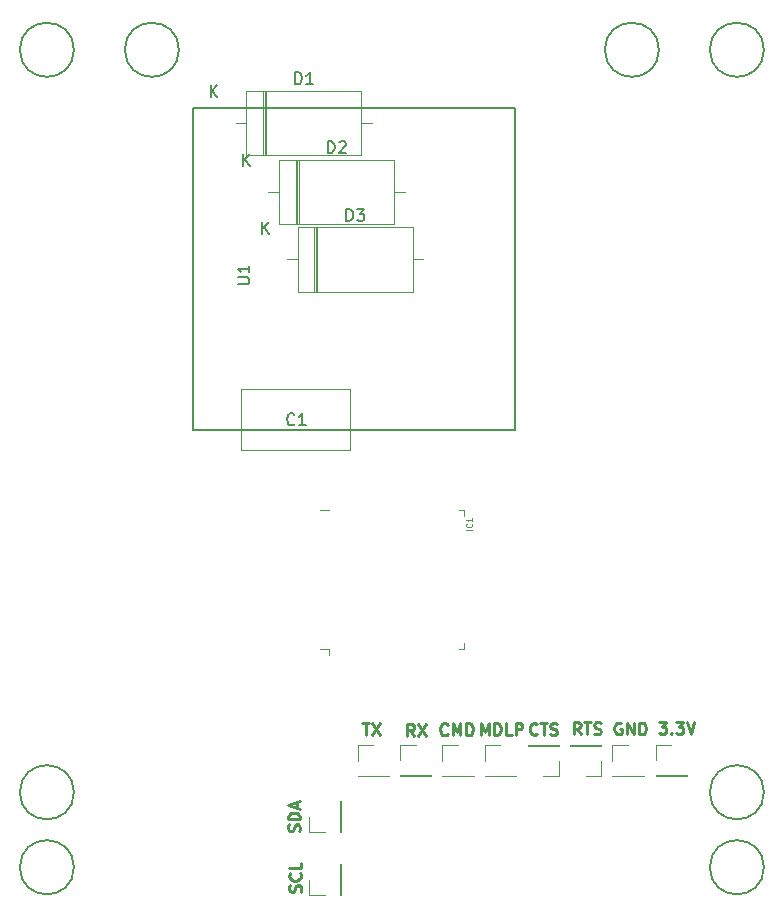
<source format=gbr>
G04 #@! TF.GenerationSoftware,KiCad,Pcbnew,5.0.2+dfsg1-1~bpo9+1*
G04 #@! TF.CreationDate,2019-02-15T21:28:06-06:00*
G04 #@! TF.ProjectId,CommunicationBoard,436f6d6d-756e-4696-9361-74696f6e426f,rev?*
G04 #@! TF.SameCoordinates,Original*
G04 #@! TF.FileFunction,Legend,Top*
G04 #@! TF.FilePolarity,Positive*
%FSLAX46Y46*%
G04 Gerber Fmt 4.6, Leading zero omitted, Abs format (unit mm)*
G04 Created by KiCad (PCBNEW 5.0.2+dfsg1-1~bpo9+1) date vie 15 feb 2019 21:28:06 CST*
%MOMM*%
%LPD*%
G01*
G04 APERTURE LIST*
%ADD10C,0.250000*%
%ADD11C,0.200000*%
%ADD12C,0.150000*%
%ADD13C,0.100000*%
%ADD14C,0.120000*%
%ADD15C,0.050000*%
G04 APERTURE END LIST*
D10*
X130710204Y-131681480D02*
X130710204Y-130681480D01*
X131043538Y-131395766D01*
X131376871Y-130681480D01*
X131376871Y-131681480D01*
X131853061Y-131681480D02*
X131853061Y-130681480D01*
X132091157Y-130681480D01*
X132234014Y-130729100D01*
X132329252Y-130824338D01*
X132376871Y-130919576D01*
X132424490Y-131110052D01*
X132424490Y-131252909D01*
X132376871Y-131443385D01*
X132329252Y-131538623D01*
X132234014Y-131633861D01*
X132091157Y-131681480D01*
X131853061Y-131681480D01*
X133329252Y-131681480D02*
X132853061Y-131681480D01*
X132853061Y-130681480D01*
X133662585Y-131681480D02*
X133662585Y-130681480D01*
X134043538Y-130681480D01*
X134138776Y-130729100D01*
X134186395Y-130776719D01*
X134234014Y-130871957D01*
X134234014Y-131014814D01*
X134186395Y-131110052D01*
X134138776Y-131157671D01*
X134043538Y-131205290D01*
X133662585Y-131205290D01*
X127901795Y-131598942D02*
X127854176Y-131646561D01*
X127711319Y-131694180D01*
X127616080Y-131694180D01*
X127473223Y-131646561D01*
X127377985Y-131551323D01*
X127330366Y-131456085D01*
X127282747Y-131265609D01*
X127282747Y-131122752D01*
X127330366Y-130932276D01*
X127377985Y-130837038D01*
X127473223Y-130741800D01*
X127616080Y-130694180D01*
X127711319Y-130694180D01*
X127854176Y-130741800D01*
X127901795Y-130789419D01*
X128330366Y-131694180D02*
X128330366Y-130694180D01*
X128663700Y-131408466D01*
X128997033Y-130694180D01*
X128997033Y-131694180D01*
X129473223Y-131694180D02*
X129473223Y-130694180D01*
X129711319Y-130694180D01*
X129854176Y-130741800D01*
X129949414Y-130837038D01*
X129997033Y-130932276D01*
X130044652Y-131122752D01*
X130044652Y-131265609D01*
X129997033Y-131456085D01*
X129949414Y-131551323D01*
X129854176Y-131646561D01*
X129711319Y-131694180D01*
X129473223Y-131694180D01*
X125080733Y-131744980D02*
X124747400Y-131268790D01*
X124509304Y-131744980D02*
X124509304Y-130744980D01*
X124890257Y-130744980D01*
X124985495Y-130792600D01*
X125033114Y-130840219D01*
X125080733Y-130935457D01*
X125080733Y-131078314D01*
X125033114Y-131173552D01*
X124985495Y-131221171D01*
X124890257Y-131268790D01*
X124509304Y-131268790D01*
X125414066Y-130744980D02*
X126080733Y-131744980D01*
X126080733Y-130744980D02*
X125414066Y-131744980D01*
D11*
X154689525Y-136525000D02*
G75*
G03X154689525Y-136525000I-2289525J0D01*
G01*
X154689525Y-142875000D02*
G75*
G03X154689525Y-142875000I-2289525J0D01*
G01*
X96269525Y-136525000D02*
G75*
G03X96269525Y-136525000I-2289525J0D01*
G01*
X96269525Y-142875000D02*
G75*
G03X96269525Y-142875000I-2289525J0D01*
G01*
X96269525Y-73660000D02*
G75*
G03X96269525Y-73660000I-2289525J0D01*
G01*
X105159525Y-73660000D02*
G75*
G03X105159525Y-73660000I-2289525J0D01*
G01*
X145799525Y-73660000D02*
G75*
G03X145799525Y-73660000I-2289525J0D01*
G01*
X154689525Y-73660000D02*
G75*
G03X154689525Y-73660000I-2289525J0D01*
G01*
D10*
X145805709Y-130592580D02*
X146424757Y-130592580D01*
X146091423Y-130973533D01*
X146234280Y-130973533D01*
X146329519Y-131021152D01*
X146377138Y-131068771D01*
X146424757Y-131164009D01*
X146424757Y-131402104D01*
X146377138Y-131497342D01*
X146329519Y-131544961D01*
X146234280Y-131592580D01*
X145948566Y-131592580D01*
X145853328Y-131544961D01*
X145805709Y-131497342D01*
X146853328Y-131497342D02*
X146900947Y-131544961D01*
X146853328Y-131592580D01*
X146805709Y-131544961D01*
X146853328Y-131497342D01*
X146853328Y-131592580D01*
X147234280Y-130592580D02*
X147853328Y-130592580D01*
X147519995Y-130973533D01*
X147662852Y-130973533D01*
X147758090Y-131021152D01*
X147805709Y-131068771D01*
X147853328Y-131164009D01*
X147853328Y-131402104D01*
X147805709Y-131497342D01*
X147758090Y-131544961D01*
X147662852Y-131592580D01*
X147377138Y-131592580D01*
X147281900Y-131544961D01*
X147234280Y-131497342D01*
X148139042Y-130592580D02*
X148472376Y-131592580D01*
X148805709Y-130592580D01*
X142608395Y-130678300D02*
X142513157Y-130630680D01*
X142370300Y-130630680D01*
X142227442Y-130678300D01*
X142132204Y-130773538D01*
X142084585Y-130868776D01*
X142036966Y-131059252D01*
X142036966Y-131202109D01*
X142084585Y-131392585D01*
X142132204Y-131487823D01*
X142227442Y-131583061D01*
X142370300Y-131630680D01*
X142465538Y-131630680D01*
X142608395Y-131583061D01*
X142656014Y-131535442D01*
X142656014Y-131202109D01*
X142465538Y-131202109D01*
X143084585Y-131630680D02*
X143084585Y-130630680D01*
X143656014Y-131630680D01*
X143656014Y-130630680D01*
X144132204Y-131630680D02*
X144132204Y-130630680D01*
X144370300Y-130630680D01*
X144513157Y-130678300D01*
X144608395Y-130773538D01*
X144656014Y-130868776D01*
X144703633Y-131059252D01*
X144703633Y-131202109D01*
X144656014Y-131392585D01*
X144608395Y-131487823D01*
X144513157Y-131583061D01*
X144370300Y-131630680D01*
X144132204Y-131630680D01*
X115365161Y-139822085D02*
X115412780Y-139679228D01*
X115412780Y-139441133D01*
X115365161Y-139345895D01*
X115317542Y-139298276D01*
X115222304Y-139250657D01*
X115127066Y-139250657D01*
X115031828Y-139298276D01*
X114984209Y-139345895D01*
X114936590Y-139441133D01*
X114888971Y-139631609D01*
X114841352Y-139726847D01*
X114793733Y-139774466D01*
X114698495Y-139822085D01*
X114603257Y-139822085D01*
X114508019Y-139774466D01*
X114460400Y-139726847D01*
X114412780Y-139631609D01*
X114412780Y-139393514D01*
X114460400Y-139250657D01*
X115412780Y-138822085D02*
X114412780Y-138822085D01*
X114412780Y-138583990D01*
X114460400Y-138441133D01*
X114555638Y-138345895D01*
X114650876Y-138298276D01*
X114841352Y-138250657D01*
X114984209Y-138250657D01*
X115174685Y-138298276D01*
X115269923Y-138345895D01*
X115365161Y-138441133D01*
X115412780Y-138583990D01*
X115412780Y-138822085D01*
X115127066Y-137869704D02*
X115127066Y-137393514D01*
X115412780Y-137964942D02*
X114412780Y-137631609D01*
X115412780Y-137298276D01*
X115454061Y-144954476D02*
X115501680Y-144811619D01*
X115501680Y-144573523D01*
X115454061Y-144478285D01*
X115406442Y-144430666D01*
X115311204Y-144383047D01*
X115215966Y-144383047D01*
X115120728Y-144430666D01*
X115073109Y-144478285D01*
X115025490Y-144573523D01*
X114977871Y-144764000D01*
X114930252Y-144859238D01*
X114882633Y-144906857D01*
X114787395Y-144954476D01*
X114692157Y-144954476D01*
X114596919Y-144906857D01*
X114549300Y-144859238D01*
X114501680Y-144764000D01*
X114501680Y-144525904D01*
X114549300Y-144383047D01*
X115406442Y-143383047D02*
X115454061Y-143430666D01*
X115501680Y-143573523D01*
X115501680Y-143668761D01*
X115454061Y-143811619D01*
X115358823Y-143906857D01*
X115263585Y-143954476D01*
X115073109Y-144002095D01*
X114930252Y-144002095D01*
X114739776Y-143954476D01*
X114644538Y-143906857D01*
X114549300Y-143811619D01*
X114501680Y-143668761D01*
X114501680Y-143573523D01*
X114549300Y-143430666D01*
X114596919Y-143383047D01*
X115501680Y-142478285D02*
X115501680Y-142954476D01*
X114501680Y-142954476D01*
X139165080Y-131605280D02*
X138831747Y-131129090D01*
X138593652Y-131605280D02*
X138593652Y-130605280D01*
X138974604Y-130605280D01*
X139069842Y-130652900D01*
X139117461Y-130700519D01*
X139165080Y-130795757D01*
X139165080Y-130938614D01*
X139117461Y-131033852D01*
X139069842Y-131081471D01*
X138974604Y-131129090D01*
X138593652Y-131129090D01*
X139450795Y-130605280D02*
X140022223Y-130605280D01*
X139736509Y-131605280D02*
X139736509Y-130605280D01*
X140307938Y-131557661D02*
X140450795Y-131605280D01*
X140688890Y-131605280D01*
X140784128Y-131557661D01*
X140831747Y-131510042D01*
X140879366Y-131414804D01*
X140879366Y-131319566D01*
X140831747Y-131224328D01*
X140784128Y-131176709D01*
X140688890Y-131129090D01*
X140498414Y-131081471D01*
X140403176Y-131033852D01*
X140355557Y-130986233D01*
X140307938Y-130890995D01*
X140307938Y-130795757D01*
X140355557Y-130700519D01*
X140403176Y-130652900D01*
X140498414Y-130605280D01*
X140736509Y-130605280D01*
X140879366Y-130652900D01*
X135469380Y-131586242D02*
X135421761Y-131633861D01*
X135278904Y-131681480D01*
X135183666Y-131681480D01*
X135040809Y-131633861D01*
X134945571Y-131538623D01*
X134897952Y-131443385D01*
X134850333Y-131252909D01*
X134850333Y-131110052D01*
X134897952Y-130919576D01*
X134945571Y-130824338D01*
X135040809Y-130729100D01*
X135183666Y-130681480D01*
X135278904Y-130681480D01*
X135421761Y-130729100D01*
X135469380Y-130776719D01*
X135755095Y-130681480D02*
X136326523Y-130681480D01*
X136040809Y-131681480D02*
X136040809Y-130681480D01*
X136612238Y-131633861D02*
X136755095Y-131681480D01*
X136993190Y-131681480D01*
X137088428Y-131633861D01*
X137136047Y-131586242D01*
X137183666Y-131491004D01*
X137183666Y-131395766D01*
X137136047Y-131300528D01*
X137088428Y-131252909D01*
X136993190Y-131205290D01*
X136802714Y-131157671D01*
X136707476Y-131110052D01*
X136659857Y-131062433D01*
X136612238Y-130967195D01*
X136612238Y-130871957D01*
X136659857Y-130776719D01*
X136707476Y-130729100D01*
X136802714Y-130681480D01*
X137040809Y-130681480D01*
X137183666Y-130729100D01*
X120700895Y-130681480D02*
X121272323Y-130681480D01*
X120986609Y-131681480D02*
X120986609Y-130681480D01*
X121510419Y-130681480D02*
X122177085Y-131681480D01*
X122177085Y-130681480D02*
X121510419Y-131681480D01*
D12*
G04 #@! TO.C,U1*
X133637100Y-105892600D02*
X133637100Y-78592600D01*
X106337100Y-105892600D02*
X133637100Y-105892600D01*
X106337100Y-105892600D02*
X106337100Y-78592600D01*
X106337100Y-78592600D02*
X133637100Y-78592600D01*
D13*
G04 #@! TO.C,IC1*
X117836100Y-124429100D02*
X117836100Y-124929100D01*
X117836100Y-124429100D02*
X117136100Y-124429100D01*
X117836100Y-112629100D02*
X117136100Y-112629100D01*
X129336100Y-124429100D02*
X129336100Y-123929100D01*
X129336100Y-124429100D02*
X128836100Y-124429100D01*
X129336100Y-112629100D02*
X129336100Y-113129100D01*
X129336100Y-112629100D02*
X128836100Y-112629100D01*
D14*
G04 #@! TO.C,J6*
X123879300Y-132502600D02*
X125209300Y-132502600D01*
X123879300Y-133832600D02*
X123879300Y-132502600D01*
X123879300Y-135102600D02*
X126539300Y-135102600D01*
X126539300Y-135102600D02*
X126539300Y-135162600D01*
X123879300Y-135102600D02*
X123879300Y-135162600D01*
X123879300Y-135162600D02*
X126539300Y-135162600D01*
G04 #@! TO.C,J1*
X145520100Y-135149900D02*
X148180100Y-135149900D01*
X145520100Y-135089900D02*
X145520100Y-135149900D01*
X148180100Y-135089900D02*
X148180100Y-135149900D01*
X145520100Y-135089900D02*
X148180100Y-135089900D01*
X145520100Y-133819900D02*
X145520100Y-132489900D01*
X145520100Y-132489900D02*
X146850100Y-132489900D01*
G04 #@! TO.C,J2*
X141862500Y-132515300D02*
X143192500Y-132515300D01*
X141862500Y-133845300D02*
X141862500Y-132515300D01*
X141862500Y-135115300D02*
X144522500Y-135115300D01*
X144522500Y-135115300D02*
X144522500Y-135175300D01*
X141862500Y-135115300D02*
X141862500Y-135175300D01*
X141862500Y-135175300D02*
X144522500Y-135175300D01*
G04 #@! TO.C,J3*
X118843100Y-139925100D02*
X118843100Y-137265100D01*
X118783100Y-139925100D02*
X118843100Y-139925100D01*
X118783100Y-137265100D02*
X118843100Y-137265100D01*
X118783100Y-139925100D02*
X118783100Y-137265100D01*
X117513100Y-139925100D02*
X116183100Y-139925100D01*
X116183100Y-139925100D02*
X116183100Y-138595100D01*
G04 #@! TO.C,J4*
X116183100Y-145259100D02*
X116183100Y-143929100D01*
X117513100Y-145259100D02*
X116183100Y-145259100D01*
X118783100Y-145259100D02*
X118783100Y-142599100D01*
X118783100Y-142599100D02*
X118843100Y-142599100D01*
X118783100Y-145259100D02*
X118843100Y-145259100D01*
X118843100Y-145259100D02*
X118843100Y-142599100D01*
G04 #@! TO.C,J5*
X120297900Y-135188000D02*
X122957900Y-135188000D01*
X120297900Y-135128000D02*
X120297900Y-135188000D01*
X122957900Y-135128000D02*
X122957900Y-135188000D01*
X120297900Y-135128000D02*
X122957900Y-135128000D01*
X120297900Y-133858000D02*
X120297900Y-132528000D01*
X120297900Y-132528000D02*
X121627900Y-132528000D01*
G04 #@! TO.C,J7*
X127473400Y-135175300D02*
X130133400Y-135175300D01*
X127473400Y-135115300D02*
X127473400Y-135175300D01*
X130133400Y-135115300D02*
X130133400Y-135175300D01*
X127473400Y-135115300D02*
X130133400Y-135115300D01*
X127473400Y-133845300D02*
X127473400Y-132515300D01*
X127473400Y-132515300D02*
X128803400Y-132515300D01*
G04 #@! TO.C,J8*
X131054800Y-132515300D02*
X132384800Y-132515300D01*
X131054800Y-133845300D02*
X131054800Y-132515300D01*
X131054800Y-135115300D02*
X133714800Y-135115300D01*
X133714800Y-135115300D02*
X133714800Y-135175300D01*
X131054800Y-135115300D02*
X131054800Y-135175300D01*
X131054800Y-135175300D02*
X133714800Y-135175300D01*
G04 #@! TO.C,J9*
X140915700Y-132515300D02*
X138255700Y-132515300D01*
X140915700Y-132575300D02*
X140915700Y-132515300D01*
X138255700Y-132575300D02*
X138255700Y-132515300D01*
X140915700Y-132575300D02*
X138255700Y-132575300D01*
X140915700Y-133845300D02*
X140915700Y-135175300D01*
X140915700Y-135175300D02*
X139585700Y-135175300D01*
G04 #@! TO.C,J10*
X137334300Y-135175300D02*
X136004300Y-135175300D01*
X137334300Y-133845300D02*
X137334300Y-135175300D01*
X137334300Y-132575300D02*
X134674300Y-132575300D01*
X134674300Y-132575300D02*
X134674300Y-132515300D01*
X137334300Y-132575300D02*
X137334300Y-132515300D01*
X137334300Y-132515300D02*
X134674300Y-132515300D01*
G04 #@! TO.C,C1*
X119683900Y-107585500D02*
X110443900Y-107585500D01*
X119683900Y-102345500D02*
X110443900Y-102345500D01*
X119683900Y-107585500D02*
X119683900Y-102345500D01*
X110443900Y-107585500D02*
X110443900Y-102345500D01*
G04 #@! TO.C,D1*
X110865100Y-77112200D02*
X110865100Y-82552200D01*
X110865100Y-82552200D02*
X120605100Y-82552200D01*
X120605100Y-82552200D02*
X120605100Y-77112200D01*
X120605100Y-77112200D02*
X110865100Y-77112200D01*
X109955100Y-79832200D02*
X110865100Y-79832200D01*
X121515100Y-79832200D02*
X120605100Y-79832200D01*
X112410100Y-77112200D02*
X112410100Y-82552200D01*
X112530100Y-77112200D02*
X112530100Y-82552200D01*
X112290100Y-77112200D02*
X112290100Y-82552200D01*
G04 #@! TO.C,D2*
X115058700Y-82954200D02*
X115058700Y-88394200D01*
X115298700Y-82954200D02*
X115298700Y-88394200D01*
X115178700Y-82954200D02*
X115178700Y-88394200D01*
X124283700Y-85674200D02*
X123373700Y-85674200D01*
X112723700Y-85674200D02*
X113633700Y-85674200D01*
X123373700Y-82954200D02*
X113633700Y-82954200D01*
X123373700Y-88394200D02*
X123373700Y-82954200D01*
X113633700Y-88394200D02*
X123373700Y-88394200D01*
X113633700Y-82954200D02*
X113633700Y-88394200D01*
G04 #@! TO.C,D3*
X115208500Y-88694600D02*
X115208500Y-94134600D01*
X115208500Y-94134600D02*
X124948500Y-94134600D01*
X124948500Y-94134600D02*
X124948500Y-88694600D01*
X124948500Y-88694600D02*
X115208500Y-88694600D01*
X114298500Y-91414600D02*
X115208500Y-91414600D01*
X125858500Y-91414600D02*
X124948500Y-91414600D01*
X116753500Y-88694600D02*
X116753500Y-94134600D01*
X116873500Y-88694600D02*
X116873500Y-94134600D01*
X116633500Y-88694600D02*
X116633500Y-94134600D01*
G04 #@! TO.C,U1*
D12*
X110132880Y-93499804D02*
X110942404Y-93499804D01*
X111037642Y-93452185D01*
X111085261Y-93404566D01*
X111132880Y-93309328D01*
X111132880Y-93118852D01*
X111085261Y-93023614D01*
X111037642Y-92975995D01*
X110942404Y-92928376D01*
X110132880Y-92928376D01*
X111132880Y-91928376D02*
X111132880Y-92499804D01*
X111132880Y-92214090D02*
X110132880Y-92214090D01*
X110275738Y-92309328D01*
X110370976Y-92404566D01*
X110418595Y-92499804D01*
G04 #@! TO.C,IC1*
D15*
X129982290Y-114307195D02*
X129482290Y-114307195D01*
X129934671Y-113783385D02*
X129958480Y-113807195D01*
X129982290Y-113878623D01*
X129982290Y-113926242D01*
X129958480Y-113997671D01*
X129910861Y-114045290D01*
X129863242Y-114069100D01*
X129768004Y-114092909D01*
X129696576Y-114092909D01*
X129601338Y-114069100D01*
X129553719Y-114045290D01*
X129506100Y-113997671D01*
X129482290Y-113926242D01*
X129482290Y-113878623D01*
X129506100Y-113807195D01*
X129529909Y-113783385D01*
X129982290Y-113307195D02*
X129982290Y-113592909D01*
X129982290Y-113450052D02*
X129482290Y-113450052D01*
X129553719Y-113497671D01*
X129601338Y-113545290D01*
X129625147Y-113592909D01*
G04 #@! TO.C,C1*
D12*
X114933433Y-105360742D02*
X114885814Y-105408361D01*
X114742957Y-105455980D01*
X114647719Y-105455980D01*
X114504861Y-105408361D01*
X114409623Y-105313123D01*
X114362004Y-105217885D01*
X114314385Y-105027409D01*
X114314385Y-104884552D01*
X114362004Y-104694076D01*
X114409623Y-104598838D01*
X114504861Y-104503600D01*
X114647719Y-104455980D01*
X114742957Y-104455980D01*
X114885814Y-104503600D01*
X114933433Y-104551219D01*
X115885814Y-105455980D02*
X115314385Y-105455980D01*
X115600100Y-105455980D02*
X115600100Y-104455980D01*
X115504861Y-104598838D01*
X115409623Y-104694076D01*
X115314385Y-104741695D01*
G04 #@! TO.C,D1*
X114997004Y-76564580D02*
X114997004Y-75564580D01*
X115235100Y-75564580D01*
X115377957Y-75612200D01*
X115473195Y-75707438D01*
X115520814Y-75802676D01*
X115568433Y-75993152D01*
X115568433Y-76136009D01*
X115520814Y-76326485D01*
X115473195Y-76421723D01*
X115377957Y-76516961D01*
X115235100Y-76564580D01*
X114997004Y-76564580D01*
X116520814Y-76564580D02*
X115949385Y-76564580D01*
X116235100Y-76564580D02*
X116235100Y-75564580D01*
X116139861Y-75707438D01*
X116044623Y-75802676D01*
X115949385Y-75850295D01*
X107853195Y-77684580D02*
X107853195Y-76684580D01*
X108424623Y-77684580D02*
X107996052Y-77113152D01*
X108424623Y-76684580D02*
X107853195Y-77256009D01*
G04 #@! TO.C,D2*
X117765604Y-82406580D02*
X117765604Y-81406580D01*
X118003700Y-81406580D01*
X118146557Y-81454200D01*
X118241795Y-81549438D01*
X118289414Y-81644676D01*
X118337033Y-81835152D01*
X118337033Y-81978009D01*
X118289414Y-82168485D01*
X118241795Y-82263723D01*
X118146557Y-82358961D01*
X118003700Y-82406580D01*
X117765604Y-82406580D01*
X118717985Y-81501819D02*
X118765604Y-81454200D01*
X118860842Y-81406580D01*
X119098938Y-81406580D01*
X119194176Y-81454200D01*
X119241795Y-81501819D01*
X119289414Y-81597057D01*
X119289414Y-81692295D01*
X119241795Y-81835152D01*
X118670366Y-82406580D01*
X119289414Y-82406580D01*
X110621795Y-83526580D02*
X110621795Y-82526580D01*
X111193223Y-83526580D02*
X110764652Y-82955152D01*
X111193223Y-82526580D02*
X110621795Y-83098009D01*
G04 #@! TO.C,D3*
X119340404Y-88146980D02*
X119340404Y-87146980D01*
X119578500Y-87146980D01*
X119721357Y-87194600D01*
X119816595Y-87289838D01*
X119864214Y-87385076D01*
X119911833Y-87575552D01*
X119911833Y-87718409D01*
X119864214Y-87908885D01*
X119816595Y-88004123D01*
X119721357Y-88099361D01*
X119578500Y-88146980D01*
X119340404Y-88146980D01*
X120245166Y-87146980D02*
X120864214Y-87146980D01*
X120530880Y-87527933D01*
X120673738Y-87527933D01*
X120768976Y-87575552D01*
X120816595Y-87623171D01*
X120864214Y-87718409D01*
X120864214Y-87956504D01*
X120816595Y-88051742D01*
X120768976Y-88099361D01*
X120673738Y-88146980D01*
X120388023Y-88146980D01*
X120292785Y-88099361D01*
X120245166Y-88051742D01*
X112196595Y-89266980D02*
X112196595Y-88266980D01*
X112768023Y-89266980D02*
X112339452Y-88695552D01*
X112768023Y-88266980D02*
X112196595Y-88838409D01*
G04 #@! TD*
M02*

</source>
